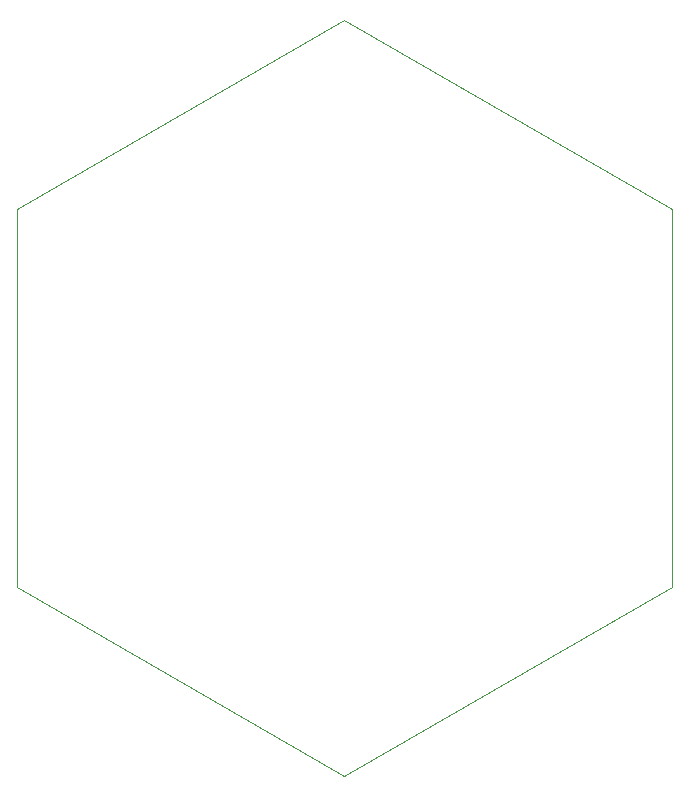
<source format=gbr>
%TF.GenerationSoftware,KiCad,Pcbnew,(6.0.5-0)*%
%TF.CreationDate,2022-06-15T10:42:44+02:00*%
%TF.ProjectId,speaker,73706561-6b65-4722-9e6b-696361645f70,rev?*%
%TF.SameCoordinates,Original*%
%TF.FileFunction,Paste,Top*%
%TF.FilePolarity,Positive*%
%FSLAX46Y46*%
G04 Gerber Fmt 4.6, Leading zero omitted, Abs format (unit mm)*
G04 Created by KiCad (PCBNEW (6.0.5-0)) date 2022-06-15 10:42:44*
%MOMM*%
%LPD*%
G01*
G04 APERTURE LIST*
%TA.AperFunction,Profile*%
%ADD10C,0.088304*%
%TD*%
G04 APERTURE END LIST*
D10*
X57987239Y-73149866D02*
X85700040Y-89150019D01*
X85700040Y-25149982D02*
X57987239Y-41149998D01*
X85700040Y-25149982D02*
X85700040Y-25149982D01*
X57987239Y-73149866D02*
X57987239Y-73149866D01*
X85700040Y-89150019D02*
X113412761Y-73149866D01*
X57987239Y-41149998D02*
X57987239Y-41149998D01*
X113412761Y-41149998D02*
X85700040Y-25149982D01*
X113412761Y-41149998D02*
X113412761Y-41149998D01*
X57987239Y-41149998D02*
X57987239Y-73149866D01*
X113412761Y-73149866D02*
X113412761Y-41149998D01*
X113412761Y-73149866D02*
X113412761Y-73149866D01*
M02*

</source>
